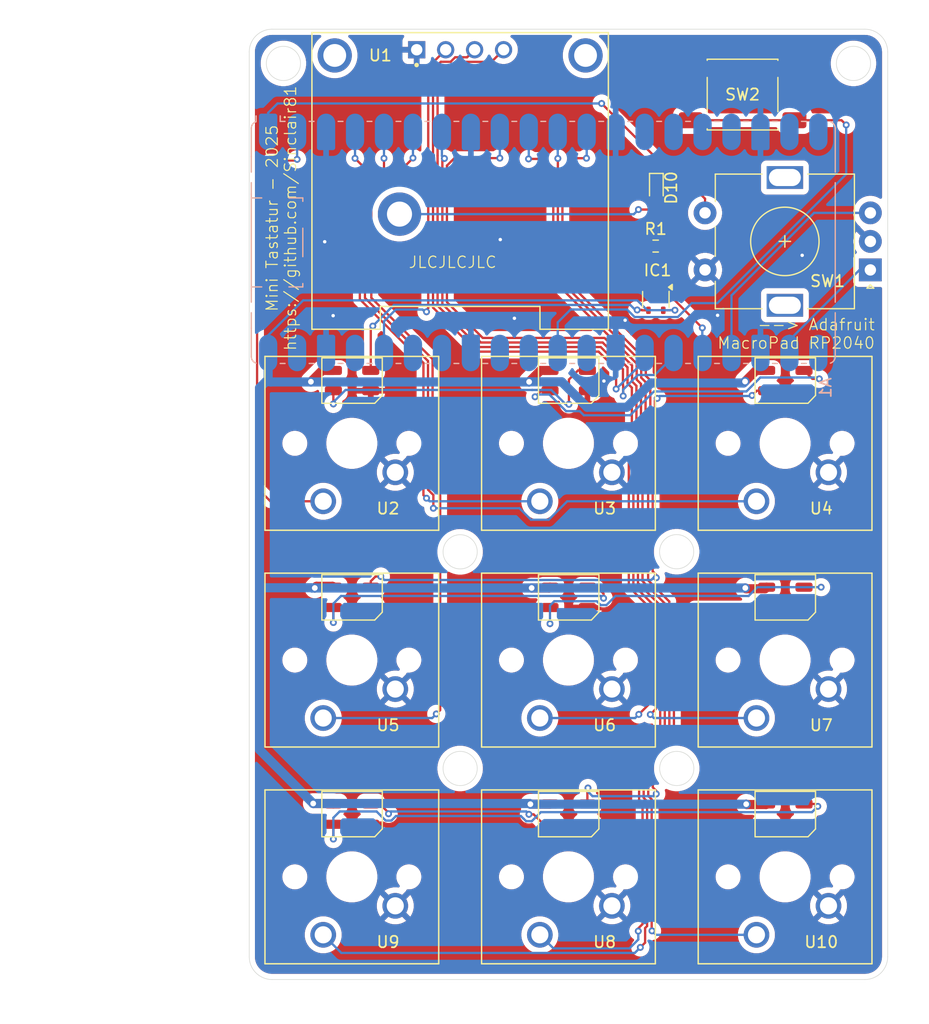
<source format=kicad_pcb>
(kicad_pcb (version 20241229) (generator "pcbnew") (generator_version "9.0")
  (layers (0 "F.Cu" signal) (2 "B.Cu" signal) (13 "F.Paste" user) (15 "B.Paste" user) (5 "F.SilkS" user "F.Silkscreen") (7 "B.SilkS" user "B.Silkscreen") (1 "F.Mask" user) (3 "B.Mask" user) (25 "Edge.Cuts" user))
  (net 0 "")
  (net 2 "S5")
  (net 3 "+5V")
  (net 6 "ROT_B")
  (net 7 "GND")
  (net 12 "S8")
  (net 13 "S4")
  (net 16 "S1")
  (net 17 "S3")
  (net 19 "+3V3")
  (net 20 "SCL")
  (net 21 "USB_BOOT")
  (net 22 "S2")
  (net 23 "DIN_3V3")
  (net 24 "RESET")
  (net 27 "S9")
  (net 29 "ROT_A")
  (net 30 "SDA")
  (net 32 "S7")
  (net 33 "DIN_5V")
  (net 34 "S6")
  (net 35 "Net-(U2-DOUT)")
  (net 36 "Net-(U3-DOUT)")
  (net 37 "Net-(U4-DOUT)")
  (net 38 "Net-(U5-DOUT)")
  (net 39 "Net-(U6-DOUT)")
  (net 40 "Net-(U7-DOUT)")
  (net 41 "Net-(U8-DOUT)")
  (net 42 "Net-(U10-DIN)")
  (net 44 "TP6")
  (footprint "MX1A-11NN:CHERRY_MX1A-11NN_SWITCH_RGB" (layer "F.Cu") (at 81 154)
    (property "Reference" "U9")
    (property "Value" "MX1A-11NN_RGB")
  )
  (footprint "Package_TO_SOT_SMD:SOT-353_SC-70-5" (layer "F.Cu") (at 107.664999 103.39 -90)
    (property "Reference" "IC1")
    (property "Value" "74HCT1G125GW,125" (hide yes))
  )
  (footprint "MX1A-11NN:CHERRY_MX1A-11NN_SWITCH_RGB" (layer "F.Cu") (at 100 135)
    (property "Reference" "U6")
    (property "Value" "MX1A-11NN_RGB")
  )
  (footprint "SSD1306:MODULE_DM-OLED096-636" (layer "F.Cu") (at 90.5 93)
    (property "Reference" "U1")
    (property "Value" "DM-OLED096-636")
  )
  (footprint "Rotary_Encoder:RotaryEncoder_Alps_EC11E-Switch_Vertical_H20mm" (layer "F.Cu") (at 126.48 100.8 180)
    (property "Reference" "SW1")
    (property "Value" "RotaryEncoder_Switch")
  )
  (footprint "MX1A-11NN:CHERRY_MX1A-11NN_SWITCH_RGB" (layer "F.Cu") (at 100 154)
    (property "Reference" "U8")
    (property "Value" "MX1A-11NN_RGB")
  )
  (footprint "MX1A-11NN:CHERRY_MX1A-11NN_SWITCH_RGB" (layer "F.Cu") (at 119 154)
    (property "Reference" "U10")
    (property "Value" "MX1A-11NN_RGB")
  )
  (footprint "MX1A-11NN:CHERRY_MX1A-11NN_SWITCH_RGB" (layer "F.Cu") (at 81 116)
    (property "Reference" "U2")
    (property "Value" "MX1A-11NN_RGB")
  )
  (footprint "Resistor_SMD:R_0603_1608Metric" (layer "F.Cu") (at 107.65 98.71 180)
    (property "Reference" "R1")
    (property "Value" "10K" (hide yes))
  )
  (footprint "Diode_SMD:D_SOD-523" (layer "F.Cu") (at 107.71 93.6025 -90)
    (property "Reference" "D10")
    (property "Value" "1N4148")
  )
  (footprint "MX1A-11NN:CHERRY_MX1A-11NN_SWITCH_RGB" (layer "F.Cu") (at 119 135)
    (property "Reference" "U7")
    (property "Value" "MX1A-11NN_RGB")
  )
  (footprint "MX1A-11NN:CHERRY_MX1A-11NN_SWITCH_RGB" (layer "F.Cu") (at 119 116)
    (property "Reference" "U4")
    (property "Value" "MX1A-11NN_RGB")
  )
  (footprint "MX1A-11NN:CHERRY_MX1A-11NN_SWITCH_RGB" (layer "F.Cu") (at 81 135)
    (property "Reference" "U5")
    (property "Value" "MX1A-11NN_RGB")
  )
  (footprint "MX1A-11NN:CHERRY_MX1A-11NN_SWITCH_RGB" (layer "F.Cu") (at 100 116)
    (property "Reference" "U3")
    (property "Value" "MX1A-11NN_RGB")
  )
  (footprint "Button_Switch_SMD:SW_Push_1P1T_NO_E-Switch_TL3301NxxxxxG" (layer "F.Cu") (at 115.27 85.43)
    (property "Reference" "SW2")
    (property "Value" "SW_Reset")
  )
  (footprint "Module:RaspberryPi_Pico_Common_SMD_TP6" (layer "B.Cu") (at 97.79 98.39 -90)
    (property "Reference" "A1")
    (property "Value" "RaspberryPi_Pico_TP6")
  )
  (gr_line (start 72 161) (end 72 81.7) (stroke (width 0.05)) (layer "Edge.Cuts"))
  (gr_circle (center 109.49 125.5) (end 110.99 125.5) (stroke (width 0.05)) (fill no) (layer "Edge.Cuts"))
  (gr_arc (start 74 163) (mid 72.585786 162.414214) (end 72 161) (stroke (width 0.05)) (layer "Edge.Cuts"))
  (gr_arc (start 72 81.7) (mid 72.585786 80.285786) (end 74 79.7) (stroke (width 0.05)) (layer "Edge.Cuts"))
  (gr_circle (center 125 82.7) (end 126.5 82.7) (stroke (width 0.05)) (fill no) (layer "Edge.Cuts"))
  (gr_circle (center 75 82.7) (end 76.5 82.7) (stroke (width 0.05)) (fill no) (layer "Edge.Cuts"))
  (gr_line (start 128 81.7) (end 128 161) (stroke (width 0.05)) (layer "Edge.Cuts"))
  (gr_circle (center 109.5 144.5) (end 111 144.5) (stroke (width 0.05)) (fill no) (layer "Edge.Cuts"))
  (gr_line (start 74 79.7) (end 126 79.7) (stroke (width 0.05)) (layer "Edge.Cuts"))
  (gr_arc (start 128 161) (mid 127.414214 162.414214) (end 126 163) (stroke (width 0.05)) (layer "Edge.Cuts"))
  (gr_line (start 126 163) (end 74 163) (stroke (width 0.05)) (layer "Edge.Cuts"))
  (gr_arc (start 126 79.7) (mid 127.414214 80.285786) (end 128 81.7) (stroke (width 0.05)) (layer "Edge.Cuts"))
  (gr_circle (center 90.5 125.51) (end 92 125.51) (stroke (width 0.05)) (fill no) (layer "Edge.Cuts"))
  (gr_circle (center 90.5 144.5) (end 92 144.5) (stroke (width 0.05)) (fill no) (layer "Edge.Cuts"))
  (gr_text "--> Adafruit\nMacroPad RP2040" (at 126.94 107.79 0) (layer "F.SilkS") (effects (font (size 1 1) (thickness 0.1)) (justify right bottom)))
  (gr_text "Mini Tastatur - 2025\nhttps://github.com/Sinclair81" (at 76.2 96.27 90) (layer "F.SilkS") (effects (font (size 1 1) (thickness 0.1)) (justify bottom)))
  (gr_text "JLCJLCJLC" (at 85.92 100.71 0) (layer "F.SilkS") (effects (font (size 1 1) (thickness 0.1)) (justify left bottom)))
  (segment (start 107.245 130.5334) (end 107.245 138.685) (width 0.2) (layer "F.Cu") (net 2))
  (segment (start 92.3152 107.161) (end 102.9981 107.161) (width 0.2) (layer "F.Cu") (net 2))
  (segment (start 88.94 103.7858) (end 92.3152 107.161) (width 0.2) (layer "F.Cu") (net 2))
  (segment (start 105.56 111.1242) (end 105.56 114.86153) (width 0.2) (layer "F.Cu") (net 2))
  (segment (start 106.201 116.49747) (end 105.292108 117.406362) (width 0.2) (layer "F.Cu") (net 2))
  (segment (start 88.94 91.211) (end 88.94 103.7858) (width 0.2) (layer "F.Cu") (net 2))
  (segment (start 105.1792 110.7434) (end 105.56 111.1242) (width 0.2) (layer "F.Cu") (net 2))
  (segment (start 105.384 128.6653) (end 105.384 128.6724) (width 0.2) (layer "F.Cu") (net 2))
  (segment (start 105.56 114.86153) (end 106.201 115.50253) (width 0.2) (layer "F.Cu") (net 2))
  (segment (start 102.9981 107.161) (end 105.1792 109.3421) (width 0.2) (layer "F.Cu") (net 2))
  (segment (start 105.292108 117.406362) (end 105.292108 128.573408) (width 0.2) (layer "F.Cu") (net 2))
  (segment (start 105.1792 109.3421) (end 105.1792 110.7434) (width 0.2) (layer "F.Cu") (net 2))
  (segment (start 105.384 128.6724) (end 107.245 130.5334) (width 0.2) (layer "F.Cu") (net 2))
  (segment (start 106.201 115.50253) (end 106.201 116.49747) (width 0.2) (layer "F.Cu") (net 2))
  (segment (start 89.121 91.03) (end 88.94 91.211) (width 0.2) (layer "F.Cu") (net 2))
  (segment (start 105.292108 128.573408) (end 105.384 128.6653) (width 0.2) (layer "F.Cu") (net 2))
  (segment (start 107.245 138.685) (end 106.17 139.76) (width 0.2) (layer "F.Cu") (net 2))
  (via (at 89.121 91.03) (size 0.6) (drill 0.3) (layers "F.Cu" "B.Cu") (net 2))
  (via (at 106.17 139.76) (size 0.6) (drill 0.3) (layers "F.Cu" "B.Cu") (net 2))
  (segment (start 88.9 90.809) (end 88.9 88.7) (width 0.2) (layer "B.Cu") (net 2))
  (segment (start 105.85 140.08) (end 106.17 139.76) (width 0.2) (layer "B.Cu") (net 2))
  (segment (start 89.121 91.03) (end 88.9 90.809) (width 0.2) (layer "B.Cu") (net 2))
  (segment (start 97.49 140.08) (end 105.85 140.08) (width 0.2) (layer "B.Cu") (net 2))
  (segment (start 97.55 109.61) (end 98.38 109.61) (width 0.8) (layer "F.Cu") (net 3))
  (segment (start 79.3 128.53) (end 79.38 128.61) (width 0.8) (layer "F.Cu") (net 3))
  (segment (start 115.59 147.63) (end 115.62 147.66) (width 0.8) (layer "F.Cu") (net 3))
  (segment (start 115.49 110.58) (end 116.46 109.61) (width 0.8) (layer "F.Cu") (net 3))
  (segment (start 77.9 128.53) (end 79.3 128.53) (width 0.8) (layer "F.Cu") (net 3))
  (segment (start 98.36 147.63) (end 98.38 147.61) (width 0.8) (layer "F.Cu") (net 3))
  (segment (start 98.31 128.68) (end 98.38 128.61) (width 0.8) (layer "F.Cu") (net 3))
  (segment (start 108.92 104.34) (end 108.314999 104.34) (width 0.2) (layer "F.Cu") (net 3))
  (segment (start 96.55 110.61) (end 97.55 109.61) (width 0.8) (layer "F.Cu") (net 3))
  (segment (start 78.4 109.61) (end 79.38 109.61) (width 0.8) (layer "F.Cu") (net 3))
  (segment (start 96.66 147.63) (end 98.36 147.63) (width 0.8) (layer "F.Cu") (net 3))
  (segment (start 77.61 147.57) (end 79.34 147.57) (width 0.8) (layer "F.Cu") (net 3))
  (segment (start 96.77 128.68) (end 98.31 128.68) (width 0.8) (layer "F.Cu") (net 3))
  (segment (start 77.41 110.6) (end 78.4 109.61) (width 0.8) (layer "F.Cu") (net 3))
  (segment (start 79.34 147.57) (end 79.38 147.61) (width 0.8) (layer "F.Cu") (net 3))
  (segment (start 115.51 128.68) (end 115.58 128.75) (width 0.8) (layer "F.Cu") (net 3))
  (segment (start 77.75 128.68) (end 77.9 128.53) (width 0.8) (layer "F.Cu") (net 3))
  (segment (start 109.340735 104.329265) (end 108.930735 104.329265) (width 0.2) (layer "F.Cu") (net 3))
  (segment (start 115.62 147.66) (end 117.33 147.66) (width 0.8) (layer "F.Cu") (net 3))
  (segment (start 117.33 147.66) (end 117.38 147.61) (width 0.8) (layer "F.Cu") (net 3))
  (segment (start 116.46 109.61) (end 117.38 109.61) (width 0.8) (layer "F.Cu") (net 3))
  (segment (start 115.58 128.75) (end 117.24 128.75) (width 0.8) (layer "F.Cu") (net 3))
  (segment (start 108.930735 104.329265) (end 108.92 104.34) (width 0.2) (layer "F.Cu") (net 3))
  (segment (start 117.24 128.75) (end 117.38 128.61) (width 0.8) (layer "F.Cu") (net 3))
  (via (at 115.59 147.63) (size 0.8) (drill 0.5) (layers "F.Cu" "B.Cu") (net 3))
  (via (at 96.66 147.63) (size 0.8) (drill 0.5) (layers "F.Cu" "B.Cu") (net 3))
  (via (at 77.41 110.6) (size 0.8) (drill 0.5) (layers "F.Cu" "B.Cu") (net 3))
  (via (at 109.340735 104.329265) (size 0.6) (drill 0.3) (layers "F.Cu" "B.Cu") (net 3))
  (via (at 96.55 110.61) (size 0.8) (drill 0.5) (layers "F.Cu" "B.Cu") (net 3))
  (via (at 96.77 128.68) (size 0.8) (drill 0.5) (layers "F.Cu" "B.Cu") (net 3))
  (via (at 77.75 128.68) (size 0.8) (drill 0.5) (layers "F.Cu" "B.Cu") (net 3))
  (via (at 77.61 147.57) (size 0.8) (drill 0.5) (layers "F.Cu" "B.Cu") (net 3))
  (via (at 115.49 110.58) (size 0.8) (drill 0.5) (layers "F.Cu" "B.Cu") (net 3))
  (via (at 115.51 128.68) (size 0.8) (drill 0.5) (layers "F.Cu" "B.Cu") (net 3))
  (segment (start 77.43 110.62) (end 96.54 110.62) (width 0.8) (layer "B.Cu") (net 3))
  (segment (start 115.51 128.68) (end 96.77 128.68) (width 0.8) (layer "B.Cu") (net 3))
  (segment (start 77.47 128.66) (end 73.031 128.66) (width 0.8) (layer "B.Cu") (net 3))
  (segment (start 115.359 110.711) (end 115.49 110.58) (width 0.8) (layer "B.Cu") (net 3))
  (segment (start 72.901 128.53) (end 72.901 142.861) (width 0.8) (layer "B.Cu") (net 3))
  (segment (start 115.59 147.63) (end 96.66 147.63) (width 0.8) (layer "B.Cu") (net 3))
  (segment (start 72.901 111.149) (end 72.901 123.831) (width 0.8) (layer "B.Cu") (net 3))
  (segment (start 107.249 110.711) (end 115.359 110.711) (width 0.8) (layer "B.Cu") (net 3))
  (segment (start 73.88 110.62) (end 77.39 110.62) (width 0.8) (layer "B.Cu") (net 3))
  (segment (start 101.64 112.84) (end 105.12 112.84) (width 0.8) (layer "B.Cu") (net 3))
  (segment (start 77.49 128.68) (end 77.47 128.66) (width 0.8) (layer "B.Cu") (net 3))
  (segment (start 77.61 147.57) (end 96.6 147.57) (width 0.8) (layer "B.Cu") (net 3))
  (segment (start 105.12 112.84) (end 107.249 110.711) (width 0.8) (layer "B.Cu") (net 3))
  (segment (start 73.66 110.4) (end 73.86 110.6) (width 0.8) (layer "B.Cu") (net 3))
  (segment (start 77.75 128.68) (end 77.49 128.68) (width 0.8) (layer "B.Cu") (net 3))
  (segment (start 96.55 110.61) (end 99.41 110.61) (width 0.8) (layer "B.Cu") (net 3))
  (segment (start 96.54 110.62) (end 96.55 110.61) (width 0.8) (layer "B.Cu") (net 3))
  (segment (start 77.41 110.6) (end 77.43 110.62) (width 0.8) (layer "B.Cu") (net 3))
  (segment (start 73.86 110.6) (end 73.88 110.62) (width 0.8) (layer "B.Cu") (net 3))
  (segment (start 73.66 108.08) (end 73.66 110.4) (width 0.8) (layer "B.Cu") (net 3))
  (segment (start 73.86 110.6) (end 73.45 110.6) (width 0.8) (layer "B.Cu") (net 3))
  (segment (start 76.73 103.47) (end 73.66 106.54) (width 0.2) (layer "B.Cu") (net 3))
  (segment (start 72.901 142.861) (end 77.61 147.57) (width 0.8) (layer "B.Cu") (net 3))
  (segment (start 106.04 103.47) (end 76.73 103.47) (width 0.2) (layer "B.Cu") (net 3))
  (segment (start 77.39 110.62) (end 77.41 110.6) (width 0.8) (layer "B.Cu") (net 3))
  (segment (start 109.340735 104.329265) (end 106.899265 104.329265) (width 0.2) (layer "B.Cu") (net 3))
  (segment (start 73.45 110.6) (end 72.901 111.149) (width 0.8) (layer "B.Cu") (net 3))
  (segment (start 73.66 106.54) (end 73.66 108.08) (width 0.2) (layer "B.Cu") (net 3))
  (segment (start 96.6 147.57) (end 96.66 147.63) (width 0.8) (layer "B.Cu") (net 3))
  (segment (start 72.901 123.831) (end 72.901 128.53) (width 0.8) (layer "B.Cu") (net 3))
  (segment (start 106.899265 104.329265) (end 106.04 103.47) (width 0.2) (layer "B.Cu") (net 3))
  (segment (start 77.75 128.68) (end 96.77 128.68) (width 0.8) (layer "B.Cu") (net 3))
  (segment (start 73.031 128.66) (end 72.901 128.53) (width 0.8) (layer "B.Cu") (net 3))
  (segment (start 99.41 110.61) (end 101.64 112.84) (width 0.8) (layer "B.Cu") (net 3))
  (segment (start 121.54 95.8) (end 126.48 95.8) (width 0.2) (layer "B.Cu") (net 6))
  (segment (start 114.3 108.08) (end 114.3 103.04) (width 0.2) (layer "B.Cu") (net 6))
  (segment (start 114.3 103.04) (end 121.54 95.8) (width 0.2) (layer "B.Cu") (net 6))
  (via (at 79.36 104.81) (size 0.6) (drill 0.3) (layers "F.Cu" "B.Cu") (net 7))
  (via (at 95.26 105.04) (size 0.6) (drill 0.3) (layers "F.Cu" "B.Cu") (net 7))
  (via (at 120.5 99.52) (size 0.6) (drill 0.3) (layers "F.Cu" "B.Cu") (net 7))
  (via (at 104.97 105.21) (size 0.6) (drill 0.3) (layers "F.Cu" "B.Cu") (net 7))
  (via (at 113.08 104.78) (size 0.6) (drill 0.3) (layers "F.Cu" "B.Cu") (net 7))
  (via (at 78.62 98.33) (size 0.6) (drill 0.3) (layers "F.Cu" "B.Cu") (net 7))
  (via (at 103.11 110.54) (size 0.6) (drill 0.3) (layers "F.Cu" "B.Cu") (net 7))
  (via (at 94.02 98.14) (size 0.6) (drill 0.3) (layers "F.Cu" "B.Cu") (net 7))
  (segment (start 106.724 159.766) (end 106.305 160.185) (width 0.2) (layer "F.Cu") (net 12))
  (segment (start 108.448 130.0351) (end 108.448 141.446537) (width 0.2) (layer "F.Cu") (net 12))
  (segment (start 106.587 128.167) (end 106.587 128.1741) (width 0.2) (layer "F.Cu") (net 12))
  (segment (start 106.3822 110.2451) (end 106.763 110.6259) (width 0.2) (layer "F.Cu") (net 12))
  (segment (start 106.724 158.486057) (end 106.724 159.766) (width 0.2) (layer "F.Cu") (net 12))
  (segment (start 103.4964 105.958) (end 106.3822 108.8438) (width 0.2) (layer "F.Cu") (net 12))
  (segment (start 107.404 115.00423) (end 107.404 116.99577) (width 0.2) (layer "F.Cu") (net 12))
  (segment (start 99.07 91.03) (end 99.07 101.5329) (width 0.2) (layer "F.Cu") (net 12))
  (segment (start 106.597 147.0741) (end 106.899 147.3761) (width 0.2) (layer "F.Cu") (net 12))
  (segment (start 106.763 114.36323) (end 107.404 115.00423) (width 0.2) (layer "F.Cu") (net 12))
  (segment (start 106.899 158.311057) (end 106.724 158.486057) (width 0.2) (layer "F.Cu") (net 12))
  (segment (start 106.763 110.6259) (end 106.763 114.36323) (width 0.2) (layer "F.Cu") (net 12))
  (segment (start 99.07 101.5329) (end 103.4951 105.958) (width 0.2) (layer "F.Cu") (net 12))
  (segment (start 106.495108 117.904662) (end 106.495108 128.075108) (width 0.2) (layer "F.Cu") (net 12))
  (segment (start 106.3822 108.8438) (end 106.3822 110.2451) (width 0.2) (layer "F.Cu") (net 12))
  (segment (start 106.495108 128.075108) (end 106.587 128.167) (width 0.2) (layer "F.Cu") (net 12))
  (segment (start 108.448 141.446537) (end 106.597 143.297537) (width 0.2) (layer "F.Cu") (net 12))
  (segment (start 106.899 147.3761) (end 106.899 158.311057) (width 0.2) (layer "F.Cu") (net 12))
  (segment (start 106.587 128.1741) (end 108.448 130.0351) (width 0.2) (layer "F.Cu") (net 12))
  (segment (start 106.597 143.297537) (end 106.597 147.0741) (width 0.2) (layer "F.Cu") (net 12))
  (segment (start 107.404 116.99577) (end 106.495108 117.904662) (width 0.2) (layer "F.Cu") (net 12))
  (segment (start 103.4951 105.958) (end 103.4964 105.958) (width 0.2) (layer "F.Cu") (net 12))
  (via (at 99.07 91.03) (size 0.6) (drill 0.3) (layers "F.Cu" "B.Cu") (net 12))
  (via (at 106.305 160.185) (size 0.6) (drill 0.3) (layers "F.Cu" "B.Cu") (net 12))
  (segment (start 99.06 90.92) (end 99.06 88.7) (width 0.2) (layer "B.Cu") (net 12))
  (segment (start 105.82 160.67) (end 106.305 160.185) (width 0.2) (layer "B.Cu") (net 12))
  (segment (start 78.49 159.08) (end 80.08 160.67) (width 0.2) (layer "B.Cu") (net 12))
  (segment (start 80.08 160.67) (end 105.82 160.67) (width 0.2) (layer "B.Cu") (net 12))
  (segment (start 99.07 90.93) (end 99.06 90.92) (width 0.2) (layer "B.Cu") (net 12))
  (segment (start 99.07 91.03) (end 99.07 90.93) (width 0.2) (layer "B.Cu") (net 12))
  (segment (start 88.752 126.733263) (end 88.752 139.378) (width 0.2) (layer "F.Cu") (net 13))
  (segment (start 88.082 119.8949) (end 88.752 120.5649) (width 0.2) (layer "F.Cu") (net 13))
  (segment (start 86.36 91) (end 82.71 94.65) (width 0.2) (layer "F.Cu") (net 13))
  (segment (start 88.752 139.378) (end 88.41 139.72) (width 0.2) (layer "F.Cu") (net 13))
  (segment (start 88.752 120.5649) (end 88.752 124.286737) (width 0.2) (layer "F.Cu") (net 13))
  (segment (start 86.36 90.99) (end 86.36 91) (width 0.2) (layer "F.Cu") (net 13))
  (segment (start 82.71 94.65) (end 82.71 103.2458) (width 0.2) (layer "F.Cu") (net 13))
  (segment (start 88.399 124.639737) (end 88.399 126.380263) (width 0.2) (layer "F.Cu") (net 13))
  (segment (start 88.399 126.380263) (end 88.752 126.733263) (width 0.2) (layer "F.Cu") (net 13))
  (segment (start 88.752 124.286737) (end 88.399 124.639737) (width 0.2) (layer "F.Cu") (net 13))
  (segment (start 88.082 108.6178) (end 88.082 119.8949) (width 0.2) (layer "F.Cu") (net 13))
  (segment (start 82.71 103.2458) (end 88.082 108.6178) (width 0.2) (layer "F.Cu") (net 13))
  (via (at 86.36 90.99) (size 0.6) (drill 0.3) (layers "F.Cu" "B.Cu") (net 13))
  (via (at 88.41 139.72) (size 0.6) (drill 0.3) (layers "F.Cu" "B.Cu") (net 13))
  (segment (start 88.05 140.08) (end 88.41 139.72) (width 0.2) (layer "B.Cu") (net 13))
  (segment (start 86.36 88.7) (end 86.36 90.99) (width 0.2) (layer "B.Cu") (net 13))
  (segment (start 78.49 140.08) (end 88.05 140.08) (width 0.2) (layer "B.Cu") (net 13))
  (segment (start 73.86 121.08) (end 78.49 121.08) (width 0.2) (layer "F.Cu") (net 16))
  (segment (start 72.69 119.91) (end 73.86 121.08) (width 0.2) (layer "F.Cu") (net 16))
  (segment (start 72.69 92.28) (end 72.69 119.91) (width 0.2) (layer "F.Cu") (net 16))
  (segment (start 76.1 91.21) (end 73.76 91.21) (width 0.2) (layer "F.Cu") (net 16))
  (segment (start 73.76 91.21) (end 72.69 92.28) (width 0.2) (layer "F.Cu") (net 16))
  (segment (start 76.2 91.11) (end 76.1 91.21) (width 0.2) (layer "F.Cu") (net 16))
  (via (at 76.2 91.11) (size 0.6) (drill 0.3) (layers "F.Cu" "B.Cu") (net 16))
  (segment (start 76.2 91.11) (end 76.2 88.7) (width 0.2) (layer "B.Cu") (net 16))
  (segment (start 78.792 121.21) (end 78.74 121.158) (width 0.8) (layer "B.Cu") (net 16))
  (segment (start 78.844 121.158) (end 78.792 121.21) (width 0.8) (layer "B.Cu") (net 16))
  (segment (start 83.82 92.97) (end 82.15 94.64) (width 0.2) (layer "F.Cu") (net 17))
  (segment (start 82.15 103.2529) (end 87.681 108.7839) (width 0.2) (layer "F.Cu") (net 17))
  (segment (start 87.98 120.36) (end 88.151 120.531) (width 0.2) (layer "F.Cu") (net 17))
  (segment (start 87.681 108.7839) (end 87.681 111.371) (width 0.2) (layer "F.Cu") (net 17))
  (segment (start 82.15 94.64) (end 82.15 103.2529) (width 0.2) (layer "F.Cu") (net 17))
  (segment (start 83.82 91.02) (end 83.82 92.97) (width 0.2) (layer "F.Cu") (net 17))
  (segment (start 88.151 120.531) (end 88.151 121.69) (width 0.2) (layer "F.Cu") (net 17))
  (segment (start 87.681 111.371) (end 87.681 120.061) (width 0.2) (layer "F.Cu") (net 17))
  (segment (start 87.681 120.061) (end 87.98 120.36) (width 0.2) (layer "F.Cu") (net 17))
  (via (at 83.82 91.02) (size 0.6) (drill 0.3) (layers "F.Cu" "B.Cu") (net 17))
  (via (at 88.151 121.69) (size 0.6) (drill 0.3) (layers "F.Cu" "B.Cu") (net 17))
  (segment (start 83.82 91.02) (end 83.82 91.2) (width 0.2) (layer "B.Cu") (net 17))
  (segment (start 83.82 91.2) (end 83.84 91.22) (width 0.2) (layer "B.Cu") (net 17))
  (segment (start 96.71 122.7) (end 98.27 122.7) (width 0.2) (layer "B.Cu") (net 17))
  (segment (start 95.7 121.69) (end 96.71 122.7) (width 0.2) (layer "B.Cu") (net 17))
  (segment (start 88.151 121.69) (end 95.7 121.69) (width 0.2) (layer "B.Cu") (net 17))
  (segment (start 99.89 121.08) (end 116.49 121.08) (width 0.2) (layer "B.Cu") (net 17))
  (segment (start 83.82 88.7) (end 83.82 91.02) (width 0.2) (layer "B.Cu") (net 17))
  (segment (start 98.27 122.7) (end 99.89 121.08) (width 0.2) (layer "B.Cu") (net 17))
  (segment (start 87.55 104.3) (end 87.7 104.15) (width 0.2) (layer "F.Cu") (net 19))
  (segment (start 87.55 104.471) (end 87.55 104.3) (width 0.2) (layer "F.Cu") (net 19))
  (segment (start 87.7 104.15) (end 87.7 83.03) (width 0.2) (layer "F.Cu") (net 19))
  (segment (start 87.7 83.03) (end 89.23 81.5) (width 0.2) (layer "F.Cu") (net 19))
  (via (at 87.55 104.471) (size 0.6) (drill 0.3) (layers "F.Cu" "B.Cu") (net 19))
  (segment (start 87.55 104.471) (end 87.401 104.471) (width 0.2) (layer "B.Cu") (net 19))
  (segment (start 87.202 104.272) (end 84.8551 104.272) (width 0.2) (layer "B.Cu") (net 19))
  (segment (start 83.82 105.3071) (end 83.82 108.08) (width 0.2) (layer "B.Cu") (net 19))
  (segment (start 84.8551 104.272) (end 83.82 105.3071) (width 0.2) (layer "B.Cu") (net 19))
  (segment (start 87.401 104.471) (end 87.202 104.272) (width 0.2) (layer "B.Cu") (net 19))
  (segment (start 90.062996 82.159) (end 91.111 82.159) (width 0.2) (layer "F.Cu") (net 20))
  (segment (start 91.983 107.963) (end 88.12 104.1) (width 0.2) (layer "F.Cu") (net 20))
  (segment (start 91.111 82.159) (end 91.77 81.5) (width 0.2) (layer "F.Cu") (net 20))
  (segment (start 88.12 91.446043) (end 88.119 91.445043) (width 0.2) (layer "F.Cu") (net 20))
  (segment (start 102.643 107.963) (end 91.983 107.963) (width 0.2) (layer "F.Cu") (net 20))
  (segment (start 89.666996 82.555) (end 90.062996 82.159) (width 0.2) (layer "F.Cu") (net 20))
  (segment (start 88.119 90.614957) (end 88.12 90.613957) (width 0.2) (layer "F.Cu") (net 20))
  (segment (start 88.805 82.555) (end 89.666996 82.555) (width 0.2) (layer "F.Cu") (net 20))
  (segment (start 104.18 111.24) (end 104.18 109.5) (width 0.2) (layer "F.Cu") (net 20))
  (segment (start 88.12 104.1) (end 88.12 91.446043) (width 0.2) (layer "F.Cu") (net 20))
  (segment (start 104.18 109.5) (end 102.643 107.963) (width 0.2) (layer "F.Cu") (net 20))
  (segment (start 88.12 83.24) (end 88.805 82.555) (width 0.2) (layer "F.Cu") (net 20))
  (segment (start 88.12 90.613957) (end 88.12 83.24) (width 0.2) (layer "F.Cu") (net 20))
  (segment (start 88.119 91.445043) (end 88.119 90.614957) (width 0.2) (layer "F.Cu") (net 20))
  (via (at 104.18 111.24) (size 0.6) (drill 0.3) (layers "F.Cu" "B.Cu") (net 20))
  (segment (start 106.68 108.74) (end 106.68 108.08) (width 0.2) (layer "B.Cu") (net 20))
  (segment (start 104.18 111.24) (end 106.68 108.74) (width 0.2) (layer "B.Cu") (net 20))
  (segment (start 110.07 94.18) (end 111.6 94.18) (width 0.2) (layer "F.Cu") (net 21))
  (segment (start 107.71 92.57) (end 107.71 91.8525) (width 0.2) (layer "F.Cu") (net 21))
  (segment (start 107.71 91.01) (end 102.91 86.21) (width 0.2) (layer "F.Cu") (net 21))
  (segment (start 111.6 94.18) (end 111.98 94.56) (width 0.2) (layer "F.Cu") (net 21))
  (segment (start 111.98 94.56) (end 111.98 95.8) (width 0.2) (layer "F.Cu") (net 21))
  (segment (start 108.7925 92.9025) (end 110.07 94.18) (width 0.2) (layer "F.Cu") (net 21))
  (segment (start 107.71 92.9025) (end 108.7925 92.9025) (width 0.2) (layer "F.Cu") (net 21))
  (segment (start 107.71 91.8525) (end 107.71 91.01) (width 0.2) (layer "F.Cu") (net 21))
  (via (at 102.91 86.21) (size 0.6) (drill 0.3) (layers "F.Cu" "B.Cu") (net 21))
  (segment (start 73.66 88.7) (end 73.66 87.03) (width 0.2) (layer "B.Cu") (net 21))
  (segment (start 73.66 87.03) (end 74.48 86.21) (width 0.2) (layer "B.Cu") (net 21))
  (segment (start 74.48 86.21) (end 102.91 86.21) (width 0.2) (layer "B.Cu") (net 21))
  (segment (start 87.28 120.54) (end 87.55 120.81) (width 0.2) (layer "F.Cu") (net 22))
  (segment (start 81.28 91.02) (end 82.85 92.59) (width 0.2) (layer "F.Cu") (net 22))
  (segment (start 82.85 93.3729) (end 81.7 94.5229) (width 0.2) (layer "F.Cu") (net 22))
  (segment (start 87.28 108.95) (end 87.28 120.54) (width 0.2) (layer "F.Cu") (net 22))
  (segment (start 82.85 92.59) (end 82.85 93.3729) (width 0.2) (layer "F.Cu") (net 22))
  (segment (start 81.7 103.37) (end 87.28 108.95) (width 0.2) (layer "F.Cu") (net 22))
  (segment (start 81.7 94.5229) (end 81.7 103.37) (width 0.2) (layer "F.Cu") (net 22))
  (via (at 87.55 120.81) (size 0.6) (drill 0.3) (layers "F.Cu" "B.Cu") (net 22))
  (via (at 81.28 91.02) (size 0.6) (drill 0.3) (layers "F.Cu" "B.Cu") (net 22))
  (segment (start 87.82 121.08) (end 87.55 120.81) (width 0.2) (layer "B.Cu") (net 22))
  (segment (start 97.49 121.08) (end 87.82 121.08) (width 0.2) (layer "B.Cu") (net 22))
  (segment (start 81.28 91.02) (end 81.28 88.7) (width 0.2) (layer "B.Cu") (net 22))
  (segment (start 108.2 103.3) (end 107.664999 102.764999) (width 0.2) (layer "F.Cu") (net 23))
  (segment (start 107.664999 100.854999) (end 107.664999 102.44) (width 0.2) (layer "F.Cu") (net 23))
  (segment (start 106.825 100.015) (end 107.664999 100.854999) (width 0.2) (layer "F.Cu") (net 23))
  (segment (start 111.74 105.88) (end 109.16 103.3) (width 0.2) (layer "F.Cu") (net 23))
  (segment (start 109.16 103.3) (end 108.2 103.3) (width 0.2) (layer "F.Cu") (net 23))
  (segment (start 106.825 98.71) (end 106.825 100.015) (width 0.2) (layer "F.Cu") (net 23))
  (segment (start 107.664999 102.764999) (end 107.664999 102.44) (width 0.2) (layer "F.Cu") (net 23))
  (via (at 111.74 105.88) (size 0.6) (drill 0.3) (layers "F.Cu" "B.Cu") (net 23))
  (segment (start 111.71 106.85) (end 111.71 108.03) (width 0.2) (layer "B.Cu") (net 23))
  (segment (start 111.74 106.82) (end 111.71 106.85) (width 0.2) (layer "B.Cu") (net 23))
  (segment (start 111.71 108.03) (end 111.76 108.08) (width 0.2) (layer "B.Cu") (net 23))
  (segment (start 111.74 105.88) (end 111.74 106.82) (width 0.2) (layer "B.Cu") (net 23))
  (segment (start 110.72 87.68) (end 119.82 87.68) (width 0.2) (layer "F.Cu") (net 24))
  (segment (start 123.95 87.68) (end 119.82 87.68) (width 0.2) (layer "F.Cu") (net 24))
  (segment (start 124.36 88.09) (end 123.95 87.68) (width 0.2) (layer "F.Cu") (net 24))
  (via (at 124.36 88.09) (size 0.6) (drill 0.3) (layers "F.Cu" "B.Cu") (net 24))
  (segment (start 113.060057 103.71) (end 124.36 92.410057) (width 0.2) (layer "B.Cu") (net 24))
  (segment (start 99.06 108.08) (end 99.06 105.4) (width 0.2) (layer "B.Cu") (net 24))
  (segment (start 109.589678 104.930265) (end 110.809943 103.71) (width 0.2) (layer "B.Cu") (net 24))
  (segment (start 124.36 92.410057) (end 124.36 88.09) (width 0.2) (layer "B.Cu") (net 24))
  (segment (start 99.06 105.4) (end 100.188 104.272) (width 0.2) (layer "B.Cu") (net 24))
  (segment (start 105.142057 104.272) (end 105.800057 104.93) (width 0.2) (layer "B.Cu") (net 24))
  (segment (start 107.012265 104.930265) (end 109.589678 104.930265) (width 0.2) (layer "B.Cu") (net 24))
  (segment (start 107.012 104.93) (end 107.012265 104.930265) (width 0.2) (layer "B.Cu") (net 24))
  (segment (start 110.809943 103.71) (end 113.060057 103.71) (width 0.2) (layer "B.Cu") (net 24))
  (segment (start 105.800057 104.93) (end 107.012 104.93) (width 0.2) (layer "B.Cu") (net 24))
  (segment (start 100.188 104.272) (end 105.142057 104.272) (width 0.2) (layer "B.Cu") (net 24))
  (segment (start 108.849 141.612637) (end 106.998 143.463637) (width 0.2) (layer "F.Cu") (net 27))
  (segment (start 107.18 110.4758) (end 107.18 114.12) (width 0.2) (layer "F.Cu") (net 27))
  (segment (start 107.805 117.16187) (end 106.988 117.97887) (width 0.2) (layer "F.Cu") (net 27))
  (segment (start 107.448527 114.389943) (end 107.800584 114.742) (width 0.2) (layer "F.Cu") (net 27))
  (segment (start 106.988 128.008) (end 108.849 129.869) (width 0.2) (layer "F.Cu") (net 27))
  (segment (start 107.448527 114.388527) (end 107.448527 114.389943) (width 0.2) (layer "F.Cu") (net 27))
  (segment (start 107.18 114.12) (end 107.448527 114.388527) (width 0.2) (layer "F.Cu") (net 27))
  (segment (start 99.471 91.919) (end 99.471 101.3668) (width 0.2) (layer "F.Cu") (net 27))
  (segment (start 106.998 143.463637) (end 106.998 146.908) (width 0.2) (layer "F.Cu") (net 27))
  (segment (start 108.849 129.869) (end 108.849 141.612637) (width 0.2) (layer "F.Cu") (net 27))
  (segment (start 106.7832 108.6777) (end 106.7832 110.079) (width 0.2) (layer "F.Cu") (net 27))
  (segment (start 106.988 117.97887) (end 106.988 128.008) (width 0.2) (layer "F.Cu") (net 27))
  (segment (start 100.38 91.01) (end 99.471 91.919) (width 0.2) (layer "F.Cu") (net 27))
  (segment (start 107.3 158.71) (end 107.325 158.735) (width 0.2) (layer "F.Cu") (net 27))
  (segment (start 107.805 114.745) (end 107.805 117.16187) (width 0.2) (layer "F.Cu") (net 27))
  (segment (start 107.802 114.742) (end 107.805 114.745) (width 0.2) (layer "F.Cu") (net 27))
  (segment (start 106.7832 110.079) (end 107.18 110.4758) (width 0.2) (layer "F.Cu") (net 27))
  (segment (start 103.6625 105.557) (end 106.7832 108.6777) (width 0.2) (layer "F.Cu") (net 27))
  (segment (start 103.6612 105.557) (end 103.6625 105.557) (width 0.2) (layer "F.Cu") (net 27))
  (segment (start 106.998 146.908) (end 107.3 147.21) (width 0.2) (layer "F.Cu") (net 27))
  (segment (start 101.58 91.01) (end 100.38 91.01) (width 0.2) (layer "F.Cu") (net 27))
  (segment (start 107.800584 114.742) (end 107.802 114.742) (width 0.2) (layer "F.Cu") (net 27))
  (segment (start 99.471 101.3668) (end 103.6612 105.557) (width 0.2) (layer "F.Cu") (net 27))
  (segment (start 107.3 147.21) (end 107.3 158.71) (width 0.2) (layer "F.Cu") (net 27))
  (via (at 101.58 91.01) (size 0.6) (drill 0.3) (layers "F.Cu" "B.Cu") (net 27))
  (via (at 107.325 158.735) (size 0.6) (drill 0.3) (layers "F.Cu" "B.Cu") (net 27))
  (segment (start 116.49 159.08) (end 107.67 159.08) (width 0.2) (layer "B.Cu") (net 27))
  (segment (start 101.6 88.7) (end 101.6 90.99) (width 0.2) (layer "B.Cu") (net 27))
  (segment (start 107.67 159.08) (end 107.325 158.735) (width 0.2) (layer "B.Cu") (net 27))
  (segment (start 101.6 90.99) (end 101.58 91.01) (width 0.2) (layer "B.Cu") (net 27))
  (segment (start 119.38 106.95) (end 125.53 100.8) (width 0.2) (layer "B.Cu") (net 29))
  (segment (start 119.38 108.08) (end 119.38 106.95) (width 0.2) (layer "B.Cu") (net 29))
  (segment (start 125.53 100.8) (end 126.48 100.8) (width 0.2) (layer "B.Cu") (net 29))
  (segment (start 119.38 108.08) (end 119.38 106.57) (width 0.2) (layer "B.Cu") (net 29))
  (segment (start 93.25 82.56) (end 94.31 81.5) (width 0.2) (layer "F.Cu") (net 30))
  (segment (start 88.521 90.780057) (end 88.521 83.4061) (width 0.2) (layer "F.Cu") (net 30))
  (segment (start 90.229096 82.56) (end 93.25 82.56) (width 0.2) (layer "F.Cu") (net 30))
  (segment (start 104.7782 109.5082) (end 102.832 107.562) (width 0.2) (layer "F.Cu") (net 30))
  (segment (start 102.832 107.562) (end 92.1491 107.562) (width 0.2) (layer "F.Cu") (net 30))
  (segment (start 104.8 111.85) (end 104.8 110.9313) (width 0.2) (layer "F.Cu") (net 30))
  (segment (start 104.7782 110.9095) (end 104.7782 109.5082) (width 0.2) (layer "F.Cu") (net 30))
  (segment (start 92.1491 107.562) (end 88.521 103.9339) (width 0.2) (layer "F.Cu") (net 30))
  (segment (start 88.521 91.279943) (end 88.52 91.278943) (width 0.2) (layer "F.Cu") (net 30))
  (segment (start 88.52 91.278943) (end 88.52 90.781057) (width 0.2) (layer "F.Cu") (net 30))
  (segment (start 88.521 103.9339) (end 88.521 91.279943) (width 0.2) (layer "F.Cu") (net 30))
  (segment (start 104.8 110.9313) (end 104.7782 110.9095) (width 0.2) (layer "F.Cu") (net 30))
  (segment (start 88.9711 82.956) (end 89.833096 82.956) (width 0.2) (layer "F.Cu") (net 30))
  (segment (start 88.521 83.4061) (end 88.9711 82.956) (width 0.2) (layer "F.Cu") (net 30))
  (segment (start 88.52 90.781057) (end 88.521 90.780057) (width 0.2) (layer "F.Cu") (net 30))
  (segment (start 89.833096 82.956) (end 90.229096 82.56) (width 0.2) (layer "F.Cu") (net 30))
  (via (at 104.8 111.85) (size 0.6) (drill 0.3) (layers "F.Cu" "B.Cu") (net 30))
  (segment (start 107.58 110.01) (end 109.22 108.37) (width 0.2) (layer "B.Cu") (net 30))
  (segment (start 104.8 111.29) (end 106.08 110.01) (width 0.2) (layer "B.Cu") (net 30))
  (segment (start 109.22 108.37) (end 109.22 108.08) (width 0.2) (layer "B.Cu") (net 30))
  (segment (start 106.08 110.01) (end 107.58 110.01) (width 0.2) (layer "B.Cu") (net 30))
  (segment (start 104.8 111.85) (end 104.8 111.29) (width 0.2) (layer "B.Cu") (net 30))
  (segment (start 103.3303 106.359) (end 103.329 106.359) (width 0.2) (layer "F.Cu") (net 32))
  (segment (start 106.094108 128.241208) (end 106.094108 117.738562) (width 0.2) (layer "F.Cu") (net 32))
  (segment (start 98.669 91.879) (end 97.86 91.07) (width 0.2) (layer "F.Cu") (net 32))
  (segment (start 107.003 115.17033) (end 106.362 114.52933) (width 0.2) (layer "F.Cu") (net 32))
  (segment (start 106.362 110.792) (end 105.9812 110.4112) (width 0.2) (layer "F.Cu") (net 32))
  (segment (start 97.86 91.07) (end 96.5 91.07) (width 0.2) (layer "F.Cu") (net 32))
  (segment (start 106.124 158.756395) (end 106.124 158.516) (width 0.2) (layer "F.Cu") (net 32))
  (segment (start 106.124 158.516) (end 106.498 158.142) (width 0.2) (layer "F.Cu") (net 32))
  (segment (start 106.362 114.52933) (end 106.362 110.792) (width 0.2) (layer "F.Cu") (net 32))
  (segment (start 106.094108 117.738562) (end 107.003 116.82967) (width 0.2) (layer "F.Cu") (net 32))
  (segment (start 108.047 130.2012) (end 106.186 128.3402) (width 0.2) (layer "F.Cu") (net 32))
  (segment (start 98.669 101.699) (end 98.669 91.879) (width 0.2) (layer "F.Cu") (net 32))
  (segment (start 106.498 147.5422) (end 106.196 147.2402) (width 0.2) (layer "F.Cu") (net 32))
  (segment (start 106.186 128.3402) (end 106.186 128.3331) (width 0.2) (layer "F.Cu") (net 32))
  (segment (start 106.498 158.142) (end 106.498 147.5422) (width 0.2) (layer "F.Cu") (net 32))
  (segment (start 108.047 141.280437) (end 108.047 130.2012) (width 0.2) (layer "F.Cu") (net 32))
  (segment (start 103.329 106.359) (end 98.669 101.699) (width 0.2) (layer "F.Cu") (net 32))
  (segment (start 105.9812 110.4112) (end 105.9812 109.0099) (width 0.2) (layer "F.Cu") (net 32))
  (segment (start 106.196 143.131437) (end 108.047 141.280437) (width 0.2) (layer "F.Cu") (net 32))
  (segment (start 105.9812 109.0099) (end 103.3303 106.359) (width 0.2) (layer "F.Cu") (net 32))
  (segment (start 106.196 147.2402) (end 106.196 143.131437) (width 0.2) (layer "F.Cu") (net 32))
  (segment (start 106.186 128.3331) (end 106.094108 128.241208) (width 0.2) (layer "F.Cu") (net 32))
  (segment (start 107.003 116.82967) (end 107.003 115.17033) (width 0.2) (layer "F.Cu") (net 32))
  (via (at 96.5 91.07) (size 0.6) (drill 0.3) (layers "F.Cu" "B.Cu") (net 32))
  (via (at 106.124 158.756395) (size 0.6) (drill 0.3) (layers "F.Cu" "B.Cu") (net 32))
  (segment (start 96.5 90.94) (end 96.52 90.92) (width 0.2) (layer "B.Cu") (net 32))
  (segment (start 105.351 160.269) (end 98.679 160.269) (width 0.2) (layer "B.Cu") (net 32))
  (segment (start 106.124 158.756395) (end 106.124 159.496) (width 0.2) (layer "B.Cu") (net 32))
  (segment (start 106.124 159.496) (end 105.351 160.269) (width 0.2) (layer "B.Cu") (net 32))
  (segment (start 96.5 91.07) (end 96.5 90.94) (width 0.2) (layer "B.Cu") (net 32))
  (segment (start 98.679 160.269) (end 97.49 159.08) (width 0.2) (layer "B.Cu") (net 32))
  (segment (start 96.52 90.92) (end 96.52 88.7) (width 0.2) (layer "B.Cu") (net 32))
  (segment (start 106.03 104.31) (end 106.43 104.31) (width 0.2) (layer "F.Cu") (net 33))
  (segment (start 106.46 104.34) (end 107.014999 104.34) (width 0.2) (layer "F.Cu") (net 33))
  (segment (start 106.43 104.31) (end 106.46 104.34) (width 0.2) (layer "F.Cu") (net 33))
  (segment (start 82.66 105.9) (end 82.66 109.61) (width 0.2) (layer "F.Cu") (net 33))
  (segment (start 82.84 105.72) (end 82.66 105.9) (width 0.2) (layer "F.Cu") (net 33))
  (via (at 106.03 104.31) (size 0.6) (drill 0.3) (layers "F.Cu" "B.Cu") (net 33))
  (via (at 82.84 105.72) (size 0.6) (drill 0.3) (layers "F.Cu" "B.Cu") (net 33))
  (segment (start 105.86 104.31) (end 105.421 103.871) (width 0.2) (layer "B.Cu") (net 33))
  (segment (start 106.03 104.31) (end 105.86 104.31) (width 0.2) (layer "B.Cu") (net 33))
  (segment (start 105.421 103.871) (end 84.689 103.871) (width 0.2) (layer "B.Cu") (net 33))
  (segment (start 84.689 103.871) (end 82.84 105.72) (width 0.2) (layer "B.Cu") (net 33))
  (segment (start 106.602 116.66357) (end 105.693108 117.572462) (width 0.2) (layer "F.Cu") (net 34))
  (segment (start 105.961 114.69543) (end 106.602 115.33643) (width 0.2) (layer "F.Cu") (net 34))
  (segment (start 92.4813 106.76) (end 103.1642 106.76) (width 0.2) (layer "F.Cu") (net 34))
  (segment (start 105.5802 110.5773) (end 105.961 110.9581) (width 0.2) (layer "F.Cu") (net 34))
  (segment (start 89.341 103.6197) (end 92.4813 106.76) (width 0.2) (layer "F.Cu") (net 34))
  (segment (start 105.785 128.4992) (end 105.785 128.5063) (width 0.2) (layer "F.Cu") (net 34))
  (segment (start 93.98 91) (end 90 91) (width 0.2) (layer "F.Cu") (net 34))
  (segment (start 89.369943 91.631) (end 89.369 91.631) (width 0.2) (layer "F.Cu") (net 34))
  (segment (start 105.693108 128.407308) (end 105.785 128.4992) (width 0.2) (layer "F.Cu") (net 34))
  (segment (start 89.341 91.659) (end 89.341 103.6197) (width 0.2) (layer "F.Cu") (net 34))
  (segment (start 107.646 130.3673) (end 107.646 139.304) (width 0.2) (layer "F.Cu") (net 34))
  (segment (start 90 91) (end 89.722 91.278) (width 0.2) (layer "F.Cu") (net 34))
  (segment (start 103.1642 106.76) (end 105.5802 109.176) (width 0.2) (layer "F.Cu") (net 34))
  (segment (start 89.722 91.278) (end 89.722 91.278943) (width 0.2) (layer "F.Cu") (net 34))
  (segment (start 89.369 91.631) (end 89.341 91.659) (width 0.2) (layer "F.Cu") (net 34))
  (segment (start 106.602 115.33643) (end 106.602 116.66357) (width 0.2) (layer "F.Cu") (net 34))
  (segment (start 89.722 91.278943) (end 89.369943 91.631) (width 0.2) (layer "F.Cu") (net 34))
  (segment (start 105.785 128.5063) (end 107.646 130.3673) (width 0.2) (layer "F.Cu") (net 34))
  (segment (start 107.646 139.304) (end 107.18 139.77) (width 0.2) (layer "F.Cu") (net 34))
  (segment (start 105.961 110.9581) (end 105.961 114.69543) (width 0.2) (layer "F.Cu") (net 34))
  (segment (start 105.693108 117.572462) (end 105.693108 128.407308) (width 0.2) (layer "F.Cu") (net 34))
  (segment (start 105.5802 109.176) (end 105.5802 110.5773) (width 0.2) (layer "F.Cu") (net 34))
  (via (at 93.98 91) (size 0.6) (drill 0.3) (layers "F.Cu" "B.Cu") (net 34))
  (via (at 107.18 139.77) (size 0.6) (drill 0.3) (layers "F.Cu" "B.Cu") (net 34))
  (segment (start 93.98 91) (end 93.98 88.7) (width 0.2) (layer "B.Cu") (net 34))
  (segment (start 116.49 140.08) (end 107.49 140.08) (width 0.2) (layer "B.Cu") (net 34))
  (segment (start 107.49 140.08) (end 107.18 139.77) (width 0.2) (layer "B.Cu") (net 34))
  (segment (start 100.84 109.61) (end 101.66 109.61) (width 0.2) (layer "F.Cu") (net 35))
  (segment (start 100.04 112.58) (end 100.04 110.41) (width 0.2) (layer "F.Cu") (net 35))
  (segment (start 79.38 111.39) (end 79.38 112.55) (width 0.2) (layer "F.Cu") (net 35))
  (segment (start 79.38 111.39) (end 79.415417 111.425417) (width 0.2) (layer "F.Cu") (net 35))
  (segment (start 100.04 110.41) (end 100.84 109.61) (width 0.2) (layer "F.Cu") (net 35))
  (via (at 79.38 112.55) (size 0.6) (drill 0.3) (layers "F.Cu" "B.Cu") (net 35))
  (via (at 100.04 112.58) (size 0.6) (drill 0.3) (layers "F.Cu" "B.Cu") (net 35))
  (segment (start 97.319943 111.321) (end 97.318943 111.32) (width 0.2) (layer "B.Cu") (net 35))
  (segment (start 98.697157 111.52) (end 98.69 111.52) (width 0.2) (layer "B.Cu") (net 35))
  (segment (start 98.69 111.52) (end 98.491 111.321) (width 0.2) (layer "B.Cu") (net 35))
  (segment (start 80.449 111.321) (end 79.38 112.39) (width 0.2) (layer "B.Cu") (net 35))
  (segment (start 99.757157 112.58) (end 98.697157 111.52) (width 0.2) (layer "B.Cu") (net 35))
  (segment (start 97.318943 111.32) (end 96.821057 111.32) (width 0.2) (layer "B.Cu") (net 35))
  (segment (start 96.821057 111.32) (end 96.820057 111.321) (width 0.2) (layer "B.Cu") (net 35))
  (segment (start 96.820057 111.321) (end 80.449 111.321) (width 0.2) (layer "B.Cu") (net 35))
  (segment (start 79.38 112.39) (end 79.38 112.55) (width 0.2) (layer "B.Cu") (net 35))
  (segment (start 100.04 112.58) (end 99.757157 112.58) (width 0.2) (layer "B.Cu") (net 35))
  (segment (start 98.491 111.321) (end 97.319943 111.321) (width 0.2) (layer "B.Cu") (net 35))
  (segment (start 97.079 111.921) (end 97.61 111.39) (width 0.2) (layer "F.Cu") (net 36))
  (segment (start 97.07 111.921) (end 97.079 111.921) (width 0.2) (layer "F.Cu") (net 36))
  (segment (start 97.61 111.39) (end 98.38 111.39) (width 0.2) (layer "F.Cu") (net 36))
  (segment (start 121.4 110.35) (end 120.66 109.61) (width 0.2) (layer "F.Cu") (net 36))
  (segment (start 122 110.35) (end 121.4 110.35) (width 0.2) (layer "F.Cu") (net 36))
  (via (at 97.07 111.921) (size 0.6) (drill 0.3) (layers "F.Cu" "B.Cu") (net 36))
  (via (at 122 110.35) (size 0.6) (drill 0.3) (layers "F.Cu" "B.Cu") (net 36))
  (segment (start 98.5239 111.921) (end 98.3249 111.722) (width 0.2) (layer "B.Cu") (net 36))
  (segment (start 98.3249 111.722) (end 97.269 111.722) (width 0.2) (layer "B.Cu") (net 36))
  (segment (start 121.88 110.23) (end 116.83 110.23) (width 0.2) (layer "B.Cu") (net 36))
  (segment (start 107.501364 111.45) (end 105.410364 113.541) (width 0.2) (layer "B.Cu") (net 36))
  (segment (start 101.349636 113.541) (end 100.989636 113.181) (width 0.2) (layer "B.Cu") (net 36))
  (segment (start 98.531057 111.921) (end 98.5239 111.921) (width 0.2) (layer "B.Cu") (net 36))
  (segment (start 122 110.35) (end 121.88 110.23) (width 0.2) (layer "B.Cu") (net 36))
  (segment (start 97.269 111.722) (end 97.07 111.921) (width 0.2) (layer "B.Cu") (net 36))
  (segment (start 100.989636 113.181) (end 99.791057 113.181) (width 0.2) (layer "B.Cu") (net 36))
  (segment (start 116.83 110.23) (end 115.61 111.45) (width 0.2) (layer "B.Cu") (net 36))
  (segment (start 115.61 111.45) (end 107.501364 111.45) (width 0.2) (layer "B.Cu") (net 36))
  (segment (start 99.791057 113.181) (end 98.531057 111.921) (width 0.2) (layer "B.Cu") (net 36))
  (segment (start 105.410364 113.541) (end 101.349636 113.541) (width 0.2) (layer "B.Cu") (net 36))
  (segment (start 107.849527 114.223843) (end 107.966684 114.341) (width 0.2) (layer "F.Cu") (net 37))
  (segment (start 108.206 117.32797) (end 107.389 118.14497) (width 0.2) (layer "F.Cu") (net 37))
  (segment (start 83.54 127.67) (end 83.08 127.67) (width 0.2) (layer "F.Cu") (net 37))
  (segment (start 107.966684 114.341) (end 107.9681 114.341) (width 0.2) (layer "F.Cu") (net 37))
  (segment (start 116.51853 111.39) (end 116.105057 111.803473) (width 0.2) (layer "F.Cu") (net 37))
  (segment (start 83.08 127.67) (end 82.66 128.09) (width 0.2) (layer "F.Cu") (net 37))
  (segment (start 107.78 112.064947) (end 107.581 112.263947) (width 0.2) (layer "F.Cu") (net 37))
  (segment (start 107.389 118.14497) (end 107.389 127.219) (width 0.2) (layer "F.Cu") (net 37))
  (segment (start 107.705 127.535) (end 107.705 127.78) (width 0.2) (layer "F.Cu") (net 37))
  (segment (start 107.9681 114.341) (end 108.206 114.5789) (width 0.2) (layer "F.Cu") (net 37))
  (segment (start 107.389 127.219) (end 107.705 127.535) (width 0.2) (layer "F.Cu") (net 37))
  (segment (start 107.581 113.9539) (end 107.849527 114.222427) (width 0.2) (layer "F.Cu") (net 37))
  (segment (start 108.206 114.5789) (end 108.206 117.32797) (width 0.2) (layer "F.Cu") (net 37))
  (segment (start 107.581 112.263947) (end 107.581 113.9539) (width 0.2) (layer "F.Cu") (net 37))
  (segment (start 117.38 111.39) (end 116.51853 111.39) (width 0.2) (layer "F.Cu") (net 37))
  (segment (start 107.849527 114.222427) (end 107.849527 114.223843) (width 0.2) (layer "F.Cu") (net 37))
  (segment (start 82.66 128.09) (end 82.66 128.61) (width 0.2) (layer "F.Cu") (net 37))
  (via (at 116.105057 111.803473) (size 0.6) (drill 0.3) (layers "F.Cu" "B.Cu") (net 37))
  (via (at 107.705 127.78) (size 0.6) (drill 0.3) (layers "F.Cu" "B.Cu") (net 37))
  (via (at 107.78 112.064947) (size 0.6) (drill 0.3) (layers "F.Cu" "B.Cu") (net 37))
  (via (at 83.54 127.67) (size 0.6) (drill 0.3) (layers "F.Cu" "B.Cu") (net 37))
  (segment (start 107.993947 111.851) (end 107.78 112.064947) (width 0.2) (layer "B.Cu") (net 37))
  (segment (start 116.05753 111.851) (end 107.993947 111.851) (width 0.2) (layer "B.Cu") (net 37))
  (segment (start 83.849 127.979) (end 83.54 127.67) (width 0.2) (layer "B.Cu") (net 37))
  (segment (start 107.261 127.979) (end 83.849 127.979) (width 0.2) (layer "B.Cu") (net 37))
  (segment (start 107.46 127.78) (end 107.261 127.979) (width 0.2) (layer "B.Cu") (net 37))
  (segment (start 116.105057 111.803473) (end 116.05753 111.851) (width 0.2) (layer "B.Cu") (net 37))
  (segment (start 107.705 127.78) (end 107.46 127.78) (width 0.2) (layer "B.Cu") (net 37))
  (segment (start 102.51 128.61) (end 101.66 128.61) (width 0.2) (layer "F.Cu") (net 38))
  (segment (start 79.38 130.39) (end 79.38 131.71) (width 0.2) (layer "F.Cu") (net 38))
  (segment (start 103.08 129.18) (end 102.51 128.61) (width 0.2) (layer "F.Cu") (net 38))
  (segment (start 103.08 129.58) (end 103.08 129.18) (width 0.2) (layer "F.Cu") (net 38))
  (via (at 103.08 129.58) (size 0.6) (drill 0.3) (layers "F.Cu" "B.Cu") (net 38))
  (via (at 79.38 131.71) (size 0.6) (drill 0.3) (layers "F.Cu" "B.Cu") (net 38))
  (segment (start 79.38 130.05) (end 80.049 129.381) (width 0.2) (layer "B.Cu") (net 38))
  (segment (start 80.049 129.381) (end 102.881 129.381) (width 0.2) (layer "B.Cu") (net 38))
  (segment (start 102.881 129.381) (end 103.08 129.58) (width 0.2) (layer "B.Cu") (net 38))
  (segment (start 79.38 131.71) (end 79.38 130.05) (width 0.2) (layer "B.Cu") (net 38))
  (segment (start 120.66 128.61) (end 122.16 128.61) (width 0.2) (layer "F.Cu") (net 39))
  (segment (start 98.38 130.39) (end 98.38 131.81) (width 0.2) (layer "F.Cu") (net 39))
  (via (at 98.38 131.81) (size 0.6) (drill 0.3) (layers "F.Cu" "B.Cu") (net 39))
  (via (at 122.16 128.61) (size 0.6) (drill 0.3) (layers "F.Cu" "B.Cu") (net 39))
  (segment (start 116.57 128.61) (end 122.16 128.61) (width 0.2) (layer "B.Cu") (net 39))
  (segment (start 98.76 129.84) (end 102.490057 129.84) (width 0.2) (layer "B.Cu") (net 39))
  (segment (start 102.490057 129.84) (end 102.831057 130.181) (width 0.2) (layer "B.Cu") (net 39))
  (segment (start 98.38 131.81) (end 98.38 130.22) (width 0.2) (layer "B.Cu") (net 39))
  (segment (start 102.831057 130.181) (end 103.328943 130.181) (width 0.2) (layer "B.Cu") (net 39))
  (segment (start 115.799 129.381) (end 116.57 128.61) (width 0.2) (layer "B.Cu") (net 39))
  (segment (start 103.328943 130.181) (end 104.128943 129.381) (width 0.2) (layer "B.Cu") (net 39))
  (segment (start 98.38 130.22) (end 98.76 129.84) (width 0.2) (layer "B.Cu") (net 39))
  (segment (start 104.128943 129.381) (end 115.799 129.381) (width 0.2) (layer "B.Cu") (net 39))
  (segment (start 101.71 146.21) (end 101.71 146.26) (width 0.2) (layer "F.Cu") (net 40))
  (segment (start 107.399 143.629737) (end 109.25 141.778737) (width 0.2) (layer "F.Cu") (net 40))
  (segment (start 109.25 141.778737) (end 109.25 132.21) (width 0.2) (layer "F.Cu") (net 40))
  (segment (start 107.7 146.73) (end 107.7 146.46) (width 0.2) (layer "F.Cu") (net 40))
  (segment (start 101.66 146.31) (end 101.66 147.61) (width 0.2) (layer "F.Cu") (net 40))
  (segment (start 107.399 146.159) (end 107.399 143.629737) (width 0.2) (layer "F.Cu") (net 40))
  (segment (start 107.7 146.46) (end 107.399 146.159) (width 0.2) (layer "F.Cu") (net 40))
  (segment (start 101.71 146.26) (end 101.66 146.31) (width 0.2) (layer "F.Cu") (net 40))
  (segment (start 109.25 132.21) (end 111.07 130.39) (width 0.2) (layer "F.Cu") (net 40))
  (segment (start 111.07 130.39) (end 117.38 130.39) (width 0.2) (layer "F.Cu") (net 40))
  (via (at 101.71 146.21) (size 0.6) (drill 0.3) (layers "F.Cu" "B.Cu") (net 40))
  (via (at 107.7 146.73) (size 0.6) (drill 0.3) (layers "F.Cu" "B.Cu") (net 40))
  (segment (start 101.71 146.21) (end 101.71 146.53) (width 0.2) (layer "B.Cu") (net 40))
  (segment (start 101.71 146.53) (end 102.109 146.929) (width 0.2) (layer "B.Cu") (net 40))
  (segment (start 102.109 146.929) (end 107.501 146.929) (width 0.2) (layer "B.Cu") (net 40))
  (segment (start 107.501 146.929) (end 107.7 146.73) (width 0.2) (layer "B.Cu") (net 40))
  (segment (start 84.218527 148.47) (end 84.218527 148.378527) (width 0.2) (layer "F.Cu") (net 41))
  (segment (start 83.45 147.61) (end 82.66 147.61) (width 0.2) (layer "F.Cu") (net 41))
  (segment (start 84.218527 148.378527) (end 83.45 147.61) (width 0.2) (layer "F.Cu") (net 41))
  (segment (start 96.942655 148.52098) (end 97.811675 149.39) (width 0.2) (layer "F.Cu") (net 41))
  (segment (start 96.532899 148.52098) (end 96.942655 148.52098) (width 0.2) (layer "F.Cu") (net 41))
  (segment (start 97.811675 149.39) (end 98.38 149.39) (width 0.2) (layer "F.Cu") (net 41))
  (via (at 84.218527 148.47) (size 0.6) (drill 0.3) (layers "F.Cu" "B.Cu") (net 41))
  (via (at 96.532899 148.52098) (size 0.6) (drill 0.3) (layers "F.Cu" "B.Cu") (net 41))
  (segment (start 84.417527 148.271) (end 84.218527 148.47) (width 0.2) (layer "B.Cu") (net 41))
  (segment (start 96.532899 148.52098) (end 96.369636 148.357717) (width 0.2) (layer "B.Cu") (net 41))
  (segment (start 96.369636 148.357717) (end 96.369636 148.331) (width 0.2) (layer "B.Cu") (net 41))
  (segment (start 96.309636 148.271) (end 84.417527 148.271) (width 0.2) (layer "B.Cu") (net 41))
  (segment (start 96.369636 148.331) (end 96.309636 148.271) (width 0.2) (layer "B.Cu") (net 41))
  (segment (start 121.66 147.61) (end 121.87 147.82) (width 0.2) (layer "F.Cu") (net 42))
  (segment (start 120.66 147.61) (end 121.66 147.61) (width 0.2) (layer "F.Cu") (net 42))
  (segment (start 79.38 149.39) (end 79.38 150.69) (width 0.2) (layer "F.Cu") (net 42))
  (via (at 79.38 150.69) (size 0.6) (drill 0.3) (layers "F.Cu" "B.Cu") (net 42))
  (via (at 121.87 147.82) (size 0.6) (drill 0.3) (layers "F.Cu" "B.Cu") (net 42))
  (segment (start 79.929 148.271) (end 79.38 148.82) (width 0.2) (layer "B.Cu") (net 42))
  (segment (start 84.46747 149.071) (end 83.969584 149.071) (width 0.2) (layer "B.Cu") (net 42))
  (segment (start 97.572822 148.331) (end 96.781842 149.12198) (width 0.2) (layer "B.Cu") (net 42))
  (segment (start 83.171 148.271) (end 79.929 148.271) (width 0.2) (layer "B.Cu") (net 42))
  (segment (start 96.283956 149.12198) (end 96.061976 148.9) (width 0.2) (layer "B.Cu") (net 42))
  (segment (start 84.86647 148.672) (end 84.46747 149.071) (width 0.2) (layer "B.Cu") (net 42))
  (segment (start 79.38 148.82) (end 79.38 150.69) (width 0.2) (layer "B.Cu") (net 42))
  (segment (start 83.617527 148.717527) (end 83.171 148.271) (width 0.2) (layer "B.Cu") (net 42))
  (segment (start 121.87 147.82) (end 121.359 148.331) (width 0.2) (layer "B.Cu") (net 42))
  (segment (start 83.969584 149.071) (end 83.617527 148.718943) (width 0.2) (layer "B.Cu") (net 42))
  (segment (start 95.832 148.672) (end 84.86647 148.672) (width 0.2) (layer "B.Cu") (net 42))
  (segment (start 96.061976 148.9) (end 96.06 148.9) (width 0.2) (layer "B.Cu") (net 42))
  (segment (start 83.617527 148.718943) (end 83.617527 148.717527) (width 0.2) (layer "B.Cu") (net 42))
  (segment (start 96.06 148.9) (end 95.832 148.672) (width 0.2) (layer "B.Cu") (net 42))
  (segment (start 96.781842 149.12198) (end 96.283956 149.12198) (width 0.2) (layer "B.Cu") (net 42))
  (segment (start 121.359 148.331) (end 97.572822 148.331) (width 0.2) (layer "B.Cu") (net 42))
  (segment (start 107.14 95.51) (end 106.14 95.51) (width 0.2) (layer "F.Cu") (net 44))
  (segment (start 107.71 94.3025) (end 107.71 94.94) (width 0.2) (layer "F.Cu") (net 44))
  (segment (start 107.71 94.94) (end 107.14 95.51) (width 0.2) (layer "F.Cu") (net 44))
  (via (at 106.14 95.51) (size 0.6) (drill 0.3) (layers "F.Cu" "B.Cu") (net 44))
  (segment (start 105.73 95.92) (end 100.27 95.92) (width 0.2) (layer "B.Cu") (net 44))
  (segment (start 100.27 95.92) (end 100.26 95.91) (width 0.2) (layer "B.Cu") (net 44))
  (segment (start 100.26 95.91) (end 85.18 95.91) (width 0.2) (layer "B.Cu") (net 44))
  (segment (start 106.14 95.51) (end 105.73 95.92) (width 0.2) (layer "B.Cu") (net 44))
  (zone (net 7) (net_name "GND") (layer "F.Cu") (priority 1) (connect_pads (clearance 0.5)) (min_thickness 0.25) (fill yes (thermal_gap 0.5) (thermal_bridge_width 0.5))
    (polygon (pts (xy 68.84 77.14) (xy 131.64 77.14) (xy 131.15 166.62) (xy 67.68 166.91)))
  )
  (zone (net 7) (net_name "GND") (layer "B.Cu") (connect_pads (clearance 0.5)) (min_thickness 0.25) (fill yes (thermal_gap 0.5) (thermal_bridge_width 0.5))
    (polygon (pts (xy 130.09 78.48) (xy 130.09 164.54) (xy 69.54 164.99) (xy 70.28 78.48)))
  )
)
</source>
